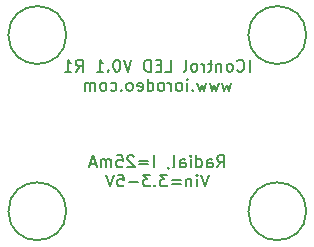
<source format=gbo>
%TF.GenerationSoftware,KiCad,Pcbnew,7.0.2-6a45011f42~172~ubuntu22.04.1*%
%TF.CreationDate,2023-09-16T18:58:55-07:00*%
%TF.ProjectId,i_control_led,695f636f-6e74-4726-9f6c-5f6c65642e6b,rev?*%
%TF.SameCoordinates,Original*%
%TF.FileFunction,Legend,Bot*%
%TF.FilePolarity,Positive*%
%FSLAX46Y46*%
G04 Gerber Fmt 4.6, Leading zero omitted, Abs format (unit mm)*
G04 Created by KiCad (PCBNEW 7.0.2-6a45011f42~172~ubuntu22.04.1) date 2023-09-16 18:58:55*
%MOMM*%
%LPD*%
G01*
G04 APERTURE LIST*
%ADD10C,0.150000*%
G04 APERTURE END LIST*
D10*
X70509524Y-55632619D02*
X70509524Y-54632619D01*
X69461906Y-55537380D02*
X69509525Y-55585000D01*
X69509525Y-55585000D02*
X69652382Y-55632619D01*
X69652382Y-55632619D02*
X69747620Y-55632619D01*
X69747620Y-55632619D02*
X69890477Y-55585000D01*
X69890477Y-55585000D02*
X69985715Y-55489761D01*
X69985715Y-55489761D02*
X70033334Y-55394523D01*
X70033334Y-55394523D02*
X70080953Y-55204047D01*
X70080953Y-55204047D02*
X70080953Y-55061190D01*
X70080953Y-55061190D02*
X70033334Y-54870714D01*
X70033334Y-54870714D02*
X69985715Y-54775476D01*
X69985715Y-54775476D02*
X69890477Y-54680238D01*
X69890477Y-54680238D02*
X69747620Y-54632619D01*
X69747620Y-54632619D02*
X69652382Y-54632619D01*
X69652382Y-54632619D02*
X69509525Y-54680238D01*
X69509525Y-54680238D02*
X69461906Y-54727857D01*
X68890477Y-55632619D02*
X68985715Y-55585000D01*
X68985715Y-55585000D02*
X69033334Y-55537380D01*
X69033334Y-55537380D02*
X69080953Y-55442142D01*
X69080953Y-55442142D02*
X69080953Y-55156428D01*
X69080953Y-55156428D02*
X69033334Y-55061190D01*
X69033334Y-55061190D02*
X68985715Y-55013571D01*
X68985715Y-55013571D02*
X68890477Y-54965952D01*
X68890477Y-54965952D02*
X68747620Y-54965952D01*
X68747620Y-54965952D02*
X68652382Y-55013571D01*
X68652382Y-55013571D02*
X68604763Y-55061190D01*
X68604763Y-55061190D02*
X68557144Y-55156428D01*
X68557144Y-55156428D02*
X68557144Y-55442142D01*
X68557144Y-55442142D02*
X68604763Y-55537380D01*
X68604763Y-55537380D02*
X68652382Y-55585000D01*
X68652382Y-55585000D02*
X68747620Y-55632619D01*
X68747620Y-55632619D02*
X68890477Y-55632619D01*
X68128572Y-54965952D02*
X68128572Y-55632619D01*
X68128572Y-55061190D02*
X68080953Y-55013571D01*
X68080953Y-55013571D02*
X67985715Y-54965952D01*
X67985715Y-54965952D02*
X67842858Y-54965952D01*
X67842858Y-54965952D02*
X67747620Y-55013571D01*
X67747620Y-55013571D02*
X67700001Y-55108809D01*
X67700001Y-55108809D02*
X67700001Y-55632619D01*
X67366667Y-54965952D02*
X66985715Y-54965952D01*
X67223810Y-54632619D02*
X67223810Y-55489761D01*
X67223810Y-55489761D02*
X67176191Y-55585000D01*
X67176191Y-55585000D02*
X67080953Y-55632619D01*
X67080953Y-55632619D02*
X66985715Y-55632619D01*
X66652381Y-55632619D02*
X66652381Y-54965952D01*
X66652381Y-55156428D02*
X66604762Y-55061190D01*
X66604762Y-55061190D02*
X66557143Y-55013571D01*
X66557143Y-55013571D02*
X66461905Y-54965952D01*
X66461905Y-54965952D02*
X66366667Y-54965952D01*
X65890476Y-55632619D02*
X65985714Y-55585000D01*
X65985714Y-55585000D02*
X66033333Y-55537380D01*
X66033333Y-55537380D02*
X66080952Y-55442142D01*
X66080952Y-55442142D02*
X66080952Y-55156428D01*
X66080952Y-55156428D02*
X66033333Y-55061190D01*
X66033333Y-55061190D02*
X65985714Y-55013571D01*
X65985714Y-55013571D02*
X65890476Y-54965952D01*
X65890476Y-54965952D02*
X65747619Y-54965952D01*
X65747619Y-54965952D02*
X65652381Y-55013571D01*
X65652381Y-55013571D02*
X65604762Y-55061190D01*
X65604762Y-55061190D02*
X65557143Y-55156428D01*
X65557143Y-55156428D02*
X65557143Y-55442142D01*
X65557143Y-55442142D02*
X65604762Y-55537380D01*
X65604762Y-55537380D02*
X65652381Y-55585000D01*
X65652381Y-55585000D02*
X65747619Y-55632619D01*
X65747619Y-55632619D02*
X65890476Y-55632619D01*
X64985714Y-55632619D02*
X65080952Y-55585000D01*
X65080952Y-55585000D02*
X65128571Y-55489761D01*
X65128571Y-55489761D02*
X65128571Y-54632619D01*
X63366666Y-55632619D02*
X63842856Y-55632619D01*
X63842856Y-55632619D02*
X63842856Y-54632619D01*
X63033332Y-55108809D02*
X62699999Y-55108809D01*
X62557142Y-55632619D02*
X63033332Y-55632619D01*
X63033332Y-55632619D02*
X63033332Y-54632619D01*
X63033332Y-54632619D02*
X62557142Y-54632619D01*
X62128570Y-55632619D02*
X62128570Y-54632619D01*
X62128570Y-54632619D02*
X61890475Y-54632619D01*
X61890475Y-54632619D02*
X61747618Y-54680238D01*
X61747618Y-54680238D02*
X61652380Y-54775476D01*
X61652380Y-54775476D02*
X61604761Y-54870714D01*
X61604761Y-54870714D02*
X61557142Y-55061190D01*
X61557142Y-55061190D02*
X61557142Y-55204047D01*
X61557142Y-55204047D02*
X61604761Y-55394523D01*
X61604761Y-55394523D02*
X61652380Y-55489761D01*
X61652380Y-55489761D02*
X61747618Y-55585000D01*
X61747618Y-55585000D02*
X61890475Y-55632619D01*
X61890475Y-55632619D02*
X62128570Y-55632619D01*
X60509522Y-54632619D02*
X60176189Y-55632619D01*
X60176189Y-55632619D02*
X59842856Y-54632619D01*
X59319046Y-54632619D02*
X59223808Y-54632619D01*
X59223808Y-54632619D02*
X59128570Y-54680238D01*
X59128570Y-54680238D02*
X59080951Y-54727857D01*
X59080951Y-54727857D02*
X59033332Y-54823095D01*
X59033332Y-54823095D02*
X58985713Y-55013571D01*
X58985713Y-55013571D02*
X58985713Y-55251666D01*
X58985713Y-55251666D02*
X59033332Y-55442142D01*
X59033332Y-55442142D02*
X59080951Y-55537380D01*
X59080951Y-55537380D02*
X59128570Y-55585000D01*
X59128570Y-55585000D02*
X59223808Y-55632619D01*
X59223808Y-55632619D02*
X59319046Y-55632619D01*
X59319046Y-55632619D02*
X59414284Y-55585000D01*
X59414284Y-55585000D02*
X59461903Y-55537380D01*
X59461903Y-55537380D02*
X59509522Y-55442142D01*
X59509522Y-55442142D02*
X59557141Y-55251666D01*
X59557141Y-55251666D02*
X59557141Y-55013571D01*
X59557141Y-55013571D02*
X59509522Y-54823095D01*
X59509522Y-54823095D02*
X59461903Y-54727857D01*
X59461903Y-54727857D02*
X59414284Y-54680238D01*
X59414284Y-54680238D02*
X59319046Y-54632619D01*
X58557141Y-55537380D02*
X58509522Y-55585000D01*
X58509522Y-55585000D02*
X58557141Y-55632619D01*
X58557141Y-55632619D02*
X58604760Y-55585000D01*
X58604760Y-55585000D02*
X58557141Y-55537380D01*
X58557141Y-55537380D02*
X58557141Y-55632619D01*
X57557142Y-55632619D02*
X58128570Y-55632619D01*
X57842856Y-55632619D02*
X57842856Y-54632619D01*
X57842856Y-54632619D02*
X57938094Y-54775476D01*
X57938094Y-54775476D02*
X58033332Y-54870714D01*
X58033332Y-54870714D02*
X58128570Y-54918333D01*
X55795237Y-55632619D02*
X56128570Y-55156428D01*
X56366665Y-55632619D02*
X56366665Y-54632619D01*
X56366665Y-54632619D02*
X55985713Y-54632619D01*
X55985713Y-54632619D02*
X55890475Y-54680238D01*
X55890475Y-54680238D02*
X55842856Y-54727857D01*
X55842856Y-54727857D02*
X55795237Y-54823095D01*
X55795237Y-54823095D02*
X55795237Y-54965952D01*
X55795237Y-54965952D02*
X55842856Y-55061190D01*
X55842856Y-55061190D02*
X55890475Y-55108809D01*
X55890475Y-55108809D02*
X55985713Y-55156428D01*
X55985713Y-55156428D02*
X56366665Y-55156428D01*
X54842856Y-55632619D02*
X55414284Y-55632619D01*
X55128570Y-55632619D02*
X55128570Y-54632619D01*
X55128570Y-54632619D02*
X55223808Y-54775476D01*
X55223808Y-54775476D02*
X55319046Y-54870714D01*
X55319046Y-54870714D02*
X55414284Y-54918333D01*
X68938094Y-56585952D02*
X68747618Y-57252619D01*
X68747618Y-57252619D02*
X68557142Y-56776428D01*
X68557142Y-56776428D02*
X68366666Y-57252619D01*
X68366666Y-57252619D02*
X68176190Y-56585952D01*
X67890475Y-56585952D02*
X67699999Y-57252619D01*
X67699999Y-57252619D02*
X67509523Y-56776428D01*
X67509523Y-56776428D02*
X67319047Y-57252619D01*
X67319047Y-57252619D02*
X67128571Y-56585952D01*
X66842856Y-56585952D02*
X66652380Y-57252619D01*
X66652380Y-57252619D02*
X66461904Y-56776428D01*
X66461904Y-56776428D02*
X66271428Y-57252619D01*
X66271428Y-57252619D02*
X66080952Y-56585952D01*
X65699999Y-57157380D02*
X65652380Y-57205000D01*
X65652380Y-57205000D02*
X65699999Y-57252619D01*
X65699999Y-57252619D02*
X65747618Y-57205000D01*
X65747618Y-57205000D02*
X65699999Y-57157380D01*
X65699999Y-57157380D02*
X65699999Y-57252619D01*
X65223809Y-57252619D02*
X65223809Y-56585952D01*
X65223809Y-56252619D02*
X65271428Y-56300238D01*
X65271428Y-56300238D02*
X65223809Y-56347857D01*
X65223809Y-56347857D02*
X65176190Y-56300238D01*
X65176190Y-56300238D02*
X65223809Y-56252619D01*
X65223809Y-56252619D02*
X65223809Y-56347857D01*
X64604762Y-57252619D02*
X64700000Y-57205000D01*
X64700000Y-57205000D02*
X64747619Y-57157380D01*
X64747619Y-57157380D02*
X64795238Y-57062142D01*
X64795238Y-57062142D02*
X64795238Y-56776428D01*
X64795238Y-56776428D02*
X64747619Y-56681190D01*
X64747619Y-56681190D02*
X64700000Y-56633571D01*
X64700000Y-56633571D02*
X64604762Y-56585952D01*
X64604762Y-56585952D02*
X64461905Y-56585952D01*
X64461905Y-56585952D02*
X64366667Y-56633571D01*
X64366667Y-56633571D02*
X64319048Y-56681190D01*
X64319048Y-56681190D02*
X64271429Y-56776428D01*
X64271429Y-56776428D02*
X64271429Y-57062142D01*
X64271429Y-57062142D02*
X64319048Y-57157380D01*
X64319048Y-57157380D02*
X64366667Y-57205000D01*
X64366667Y-57205000D02*
X64461905Y-57252619D01*
X64461905Y-57252619D02*
X64604762Y-57252619D01*
X63842857Y-57252619D02*
X63842857Y-56585952D01*
X63842857Y-56776428D02*
X63795238Y-56681190D01*
X63795238Y-56681190D02*
X63747619Y-56633571D01*
X63747619Y-56633571D02*
X63652381Y-56585952D01*
X63652381Y-56585952D02*
X63557143Y-56585952D01*
X63080952Y-57252619D02*
X63176190Y-57205000D01*
X63176190Y-57205000D02*
X63223809Y-57157380D01*
X63223809Y-57157380D02*
X63271428Y-57062142D01*
X63271428Y-57062142D02*
X63271428Y-56776428D01*
X63271428Y-56776428D02*
X63223809Y-56681190D01*
X63223809Y-56681190D02*
X63176190Y-56633571D01*
X63176190Y-56633571D02*
X63080952Y-56585952D01*
X63080952Y-56585952D02*
X62938095Y-56585952D01*
X62938095Y-56585952D02*
X62842857Y-56633571D01*
X62842857Y-56633571D02*
X62795238Y-56681190D01*
X62795238Y-56681190D02*
X62747619Y-56776428D01*
X62747619Y-56776428D02*
X62747619Y-57062142D01*
X62747619Y-57062142D02*
X62795238Y-57157380D01*
X62795238Y-57157380D02*
X62842857Y-57205000D01*
X62842857Y-57205000D02*
X62938095Y-57252619D01*
X62938095Y-57252619D02*
X63080952Y-57252619D01*
X61890476Y-57252619D02*
X61890476Y-56252619D01*
X61890476Y-57205000D02*
X61985714Y-57252619D01*
X61985714Y-57252619D02*
X62176190Y-57252619D01*
X62176190Y-57252619D02*
X62271428Y-57205000D01*
X62271428Y-57205000D02*
X62319047Y-57157380D01*
X62319047Y-57157380D02*
X62366666Y-57062142D01*
X62366666Y-57062142D02*
X62366666Y-56776428D01*
X62366666Y-56776428D02*
X62319047Y-56681190D01*
X62319047Y-56681190D02*
X62271428Y-56633571D01*
X62271428Y-56633571D02*
X62176190Y-56585952D01*
X62176190Y-56585952D02*
X61985714Y-56585952D01*
X61985714Y-56585952D02*
X61890476Y-56633571D01*
X61033333Y-57205000D02*
X61128571Y-57252619D01*
X61128571Y-57252619D02*
X61319047Y-57252619D01*
X61319047Y-57252619D02*
X61414285Y-57205000D01*
X61414285Y-57205000D02*
X61461904Y-57109761D01*
X61461904Y-57109761D02*
X61461904Y-56728809D01*
X61461904Y-56728809D02*
X61414285Y-56633571D01*
X61414285Y-56633571D02*
X61319047Y-56585952D01*
X61319047Y-56585952D02*
X61128571Y-56585952D01*
X61128571Y-56585952D02*
X61033333Y-56633571D01*
X61033333Y-56633571D02*
X60985714Y-56728809D01*
X60985714Y-56728809D02*
X60985714Y-56824047D01*
X60985714Y-56824047D02*
X61461904Y-56919285D01*
X60414285Y-57252619D02*
X60509523Y-57205000D01*
X60509523Y-57205000D02*
X60557142Y-57157380D01*
X60557142Y-57157380D02*
X60604761Y-57062142D01*
X60604761Y-57062142D02*
X60604761Y-56776428D01*
X60604761Y-56776428D02*
X60557142Y-56681190D01*
X60557142Y-56681190D02*
X60509523Y-56633571D01*
X60509523Y-56633571D02*
X60414285Y-56585952D01*
X60414285Y-56585952D02*
X60271428Y-56585952D01*
X60271428Y-56585952D02*
X60176190Y-56633571D01*
X60176190Y-56633571D02*
X60128571Y-56681190D01*
X60128571Y-56681190D02*
X60080952Y-56776428D01*
X60080952Y-56776428D02*
X60080952Y-57062142D01*
X60080952Y-57062142D02*
X60128571Y-57157380D01*
X60128571Y-57157380D02*
X60176190Y-57205000D01*
X60176190Y-57205000D02*
X60271428Y-57252619D01*
X60271428Y-57252619D02*
X60414285Y-57252619D01*
X59652380Y-57157380D02*
X59604761Y-57205000D01*
X59604761Y-57205000D02*
X59652380Y-57252619D01*
X59652380Y-57252619D02*
X59699999Y-57205000D01*
X59699999Y-57205000D02*
X59652380Y-57157380D01*
X59652380Y-57157380D02*
X59652380Y-57252619D01*
X58747619Y-57205000D02*
X58842857Y-57252619D01*
X58842857Y-57252619D02*
X59033333Y-57252619D01*
X59033333Y-57252619D02*
X59128571Y-57205000D01*
X59128571Y-57205000D02*
X59176190Y-57157380D01*
X59176190Y-57157380D02*
X59223809Y-57062142D01*
X59223809Y-57062142D02*
X59223809Y-56776428D01*
X59223809Y-56776428D02*
X59176190Y-56681190D01*
X59176190Y-56681190D02*
X59128571Y-56633571D01*
X59128571Y-56633571D02*
X59033333Y-56585952D01*
X59033333Y-56585952D02*
X58842857Y-56585952D01*
X58842857Y-56585952D02*
X58747619Y-56633571D01*
X58176190Y-57252619D02*
X58271428Y-57205000D01*
X58271428Y-57205000D02*
X58319047Y-57157380D01*
X58319047Y-57157380D02*
X58366666Y-57062142D01*
X58366666Y-57062142D02*
X58366666Y-56776428D01*
X58366666Y-56776428D02*
X58319047Y-56681190D01*
X58319047Y-56681190D02*
X58271428Y-56633571D01*
X58271428Y-56633571D02*
X58176190Y-56585952D01*
X58176190Y-56585952D02*
X58033333Y-56585952D01*
X58033333Y-56585952D02*
X57938095Y-56633571D01*
X57938095Y-56633571D02*
X57890476Y-56681190D01*
X57890476Y-56681190D02*
X57842857Y-56776428D01*
X57842857Y-56776428D02*
X57842857Y-57062142D01*
X57842857Y-57062142D02*
X57890476Y-57157380D01*
X57890476Y-57157380D02*
X57938095Y-57205000D01*
X57938095Y-57205000D02*
X58033333Y-57252619D01*
X58033333Y-57252619D02*
X58176190Y-57252619D01*
X57414285Y-57252619D02*
X57414285Y-56585952D01*
X57414285Y-56681190D02*
X57366666Y-56633571D01*
X57366666Y-56633571D02*
X57271428Y-56585952D01*
X57271428Y-56585952D02*
X57128571Y-56585952D01*
X57128571Y-56585952D02*
X57033333Y-56633571D01*
X57033333Y-56633571D02*
X56985714Y-56728809D01*
X56985714Y-56728809D02*
X56985714Y-57252619D01*
X56985714Y-56728809D02*
X56938095Y-56633571D01*
X56938095Y-56633571D02*
X56842857Y-56585952D01*
X56842857Y-56585952D02*
X56700000Y-56585952D01*
X56700000Y-56585952D02*
X56604761Y-56633571D01*
X56604761Y-56633571D02*
X56557142Y-56728809D01*
X56557142Y-56728809D02*
X56557142Y-57252619D01*
X67771428Y-63732619D02*
X68104761Y-63256428D01*
X68342856Y-63732619D02*
X68342856Y-62732619D01*
X68342856Y-62732619D02*
X67961904Y-62732619D01*
X67961904Y-62732619D02*
X67866666Y-62780238D01*
X67866666Y-62780238D02*
X67819047Y-62827857D01*
X67819047Y-62827857D02*
X67771428Y-62923095D01*
X67771428Y-62923095D02*
X67771428Y-63065952D01*
X67771428Y-63065952D02*
X67819047Y-63161190D01*
X67819047Y-63161190D02*
X67866666Y-63208809D01*
X67866666Y-63208809D02*
X67961904Y-63256428D01*
X67961904Y-63256428D02*
X68342856Y-63256428D01*
X66914285Y-63732619D02*
X66914285Y-63208809D01*
X66914285Y-63208809D02*
X66961904Y-63113571D01*
X66961904Y-63113571D02*
X67057142Y-63065952D01*
X67057142Y-63065952D02*
X67247618Y-63065952D01*
X67247618Y-63065952D02*
X67342856Y-63113571D01*
X66914285Y-63685000D02*
X67009523Y-63732619D01*
X67009523Y-63732619D02*
X67247618Y-63732619D01*
X67247618Y-63732619D02*
X67342856Y-63685000D01*
X67342856Y-63685000D02*
X67390475Y-63589761D01*
X67390475Y-63589761D02*
X67390475Y-63494523D01*
X67390475Y-63494523D02*
X67342856Y-63399285D01*
X67342856Y-63399285D02*
X67247618Y-63351666D01*
X67247618Y-63351666D02*
X67009523Y-63351666D01*
X67009523Y-63351666D02*
X66914285Y-63304047D01*
X66009523Y-63732619D02*
X66009523Y-62732619D01*
X66009523Y-63685000D02*
X66104761Y-63732619D01*
X66104761Y-63732619D02*
X66295237Y-63732619D01*
X66295237Y-63732619D02*
X66390475Y-63685000D01*
X66390475Y-63685000D02*
X66438094Y-63637380D01*
X66438094Y-63637380D02*
X66485713Y-63542142D01*
X66485713Y-63542142D02*
X66485713Y-63256428D01*
X66485713Y-63256428D02*
X66438094Y-63161190D01*
X66438094Y-63161190D02*
X66390475Y-63113571D01*
X66390475Y-63113571D02*
X66295237Y-63065952D01*
X66295237Y-63065952D02*
X66104761Y-63065952D01*
X66104761Y-63065952D02*
X66009523Y-63113571D01*
X65533332Y-63732619D02*
X65533332Y-63065952D01*
X65533332Y-62732619D02*
X65580951Y-62780238D01*
X65580951Y-62780238D02*
X65533332Y-62827857D01*
X65533332Y-62827857D02*
X65485713Y-62780238D01*
X65485713Y-62780238D02*
X65533332Y-62732619D01*
X65533332Y-62732619D02*
X65533332Y-62827857D01*
X64628571Y-63732619D02*
X64628571Y-63208809D01*
X64628571Y-63208809D02*
X64676190Y-63113571D01*
X64676190Y-63113571D02*
X64771428Y-63065952D01*
X64771428Y-63065952D02*
X64961904Y-63065952D01*
X64961904Y-63065952D02*
X65057142Y-63113571D01*
X64628571Y-63685000D02*
X64723809Y-63732619D01*
X64723809Y-63732619D02*
X64961904Y-63732619D01*
X64961904Y-63732619D02*
X65057142Y-63685000D01*
X65057142Y-63685000D02*
X65104761Y-63589761D01*
X65104761Y-63589761D02*
X65104761Y-63494523D01*
X65104761Y-63494523D02*
X65057142Y-63399285D01*
X65057142Y-63399285D02*
X64961904Y-63351666D01*
X64961904Y-63351666D02*
X64723809Y-63351666D01*
X64723809Y-63351666D02*
X64628571Y-63304047D01*
X64009523Y-63732619D02*
X64104761Y-63685000D01*
X64104761Y-63685000D02*
X64152380Y-63589761D01*
X64152380Y-63589761D02*
X64152380Y-62732619D01*
X63580951Y-63685000D02*
X63580951Y-63732619D01*
X63580951Y-63732619D02*
X63628570Y-63827857D01*
X63628570Y-63827857D02*
X63676189Y-63875476D01*
X62390475Y-63732619D02*
X62390475Y-62732619D01*
X61914285Y-63208809D02*
X61152381Y-63208809D01*
X61152381Y-63494523D02*
X61914285Y-63494523D01*
X60723809Y-62827857D02*
X60676190Y-62780238D01*
X60676190Y-62780238D02*
X60580952Y-62732619D01*
X60580952Y-62732619D02*
X60342857Y-62732619D01*
X60342857Y-62732619D02*
X60247619Y-62780238D01*
X60247619Y-62780238D02*
X60200000Y-62827857D01*
X60200000Y-62827857D02*
X60152381Y-62923095D01*
X60152381Y-62923095D02*
X60152381Y-63018333D01*
X60152381Y-63018333D02*
X60200000Y-63161190D01*
X60200000Y-63161190D02*
X60771428Y-63732619D01*
X60771428Y-63732619D02*
X60152381Y-63732619D01*
X59247619Y-62732619D02*
X59723809Y-62732619D01*
X59723809Y-62732619D02*
X59771428Y-63208809D01*
X59771428Y-63208809D02*
X59723809Y-63161190D01*
X59723809Y-63161190D02*
X59628571Y-63113571D01*
X59628571Y-63113571D02*
X59390476Y-63113571D01*
X59390476Y-63113571D02*
X59295238Y-63161190D01*
X59295238Y-63161190D02*
X59247619Y-63208809D01*
X59247619Y-63208809D02*
X59200000Y-63304047D01*
X59200000Y-63304047D02*
X59200000Y-63542142D01*
X59200000Y-63542142D02*
X59247619Y-63637380D01*
X59247619Y-63637380D02*
X59295238Y-63685000D01*
X59295238Y-63685000D02*
X59390476Y-63732619D01*
X59390476Y-63732619D02*
X59628571Y-63732619D01*
X59628571Y-63732619D02*
X59723809Y-63685000D01*
X59723809Y-63685000D02*
X59771428Y-63637380D01*
X58771428Y-63732619D02*
X58771428Y-63065952D01*
X58771428Y-63161190D02*
X58723809Y-63113571D01*
X58723809Y-63113571D02*
X58628571Y-63065952D01*
X58628571Y-63065952D02*
X58485714Y-63065952D01*
X58485714Y-63065952D02*
X58390476Y-63113571D01*
X58390476Y-63113571D02*
X58342857Y-63208809D01*
X58342857Y-63208809D02*
X58342857Y-63732619D01*
X58342857Y-63208809D02*
X58295238Y-63113571D01*
X58295238Y-63113571D02*
X58200000Y-63065952D01*
X58200000Y-63065952D02*
X58057143Y-63065952D01*
X58057143Y-63065952D02*
X57961904Y-63113571D01*
X57961904Y-63113571D02*
X57914285Y-63208809D01*
X57914285Y-63208809D02*
X57914285Y-63732619D01*
X57485714Y-63446904D02*
X57009524Y-63446904D01*
X57580952Y-63732619D02*
X57247619Y-62732619D01*
X57247619Y-62732619D02*
X56914286Y-63732619D01*
X67057141Y-64352619D02*
X66723808Y-65352619D01*
X66723808Y-65352619D02*
X66390475Y-64352619D01*
X66057141Y-65352619D02*
X66057141Y-64685952D01*
X66057141Y-64352619D02*
X66104760Y-64400238D01*
X66104760Y-64400238D02*
X66057141Y-64447857D01*
X66057141Y-64447857D02*
X66009522Y-64400238D01*
X66009522Y-64400238D02*
X66057141Y-64352619D01*
X66057141Y-64352619D02*
X66057141Y-64447857D01*
X65580951Y-64685952D02*
X65580951Y-65352619D01*
X65580951Y-64781190D02*
X65533332Y-64733571D01*
X65533332Y-64733571D02*
X65438094Y-64685952D01*
X65438094Y-64685952D02*
X65295237Y-64685952D01*
X65295237Y-64685952D02*
X65199999Y-64733571D01*
X65199999Y-64733571D02*
X65152380Y-64828809D01*
X65152380Y-64828809D02*
X65152380Y-65352619D01*
X64676189Y-64828809D02*
X63914285Y-64828809D01*
X63914285Y-65114523D02*
X64676189Y-65114523D01*
X63533332Y-64352619D02*
X62914285Y-64352619D01*
X62914285Y-64352619D02*
X63247618Y-64733571D01*
X63247618Y-64733571D02*
X63104761Y-64733571D01*
X63104761Y-64733571D02*
X63009523Y-64781190D01*
X63009523Y-64781190D02*
X62961904Y-64828809D01*
X62961904Y-64828809D02*
X62914285Y-64924047D01*
X62914285Y-64924047D02*
X62914285Y-65162142D01*
X62914285Y-65162142D02*
X62961904Y-65257380D01*
X62961904Y-65257380D02*
X63009523Y-65305000D01*
X63009523Y-65305000D02*
X63104761Y-65352619D01*
X63104761Y-65352619D02*
X63390475Y-65352619D01*
X63390475Y-65352619D02*
X63485713Y-65305000D01*
X63485713Y-65305000D02*
X63533332Y-65257380D01*
X62485713Y-65257380D02*
X62438094Y-65305000D01*
X62438094Y-65305000D02*
X62485713Y-65352619D01*
X62485713Y-65352619D02*
X62533332Y-65305000D01*
X62533332Y-65305000D02*
X62485713Y-65257380D01*
X62485713Y-65257380D02*
X62485713Y-65352619D01*
X62104761Y-64352619D02*
X61485714Y-64352619D01*
X61485714Y-64352619D02*
X61819047Y-64733571D01*
X61819047Y-64733571D02*
X61676190Y-64733571D01*
X61676190Y-64733571D02*
X61580952Y-64781190D01*
X61580952Y-64781190D02*
X61533333Y-64828809D01*
X61533333Y-64828809D02*
X61485714Y-64924047D01*
X61485714Y-64924047D02*
X61485714Y-65162142D01*
X61485714Y-65162142D02*
X61533333Y-65257380D01*
X61533333Y-65257380D02*
X61580952Y-65305000D01*
X61580952Y-65305000D02*
X61676190Y-65352619D01*
X61676190Y-65352619D02*
X61961904Y-65352619D01*
X61961904Y-65352619D02*
X62057142Y-65305000D01*
X62057142Y-65305000D02*
X62104761Y-65257380D01*
X61057142Y-64971666D02*
X60295238Y-64971666D01*
X59342857Y-64352619D02*
X59819047Y-64352619D01*
X59819047Y-64352619D02*
X59866666Y-64828809D01*
X59866666Y-64828809D02*
X59819047Y-64781190D01*
X59819047Y-64781190D02*
X59723809Y-64733571D01*
X59723809Y-64733571D02*
X59485714Y-64733571D01*
X59485714Y-64733571D02*
X59390476Y-64781190D01*
X59390476Y-64781190D02*
X59342857Y-64828809D01*
X59342857Y-64828809D02*
X59295238Y-64924047D01*
X59295238Y-64924047D02*
X59295238Y-65162142D01*
X59295238Y-65162142D02*
X59342857Y-65257380D01*
X59342857Y-65257380D02*
X59390476Y-65305000D01*
X59390476Y-65305000D02*
X59485714Y-65352619D01*
X59485714Y-65352619D02*
X59723809Y-65352619D01*
X59723809Y-65352619D02*
X59819047Y-65305000D01*
X59819047Y-65305000D02*
X59866666Y-65257380D01*
X59009523Y-64352619D02*
X58676190Y-65352619D01*
X58676190Y-65352619D02*
X58342857Y-64352619D01*
%TO.C,M1*%
X54990000Y-52540000D02*
G75*
G03*
X54990000Y-52540000I-2450000J0D01*
G01*
%TO.C,M2*%
X75310000Y-52540000D02*
G75*
G03*
X75310000Y-52540000I-2450000J0D01*
G01*
%TO.C,M3*%
X75310000Y-67460000D02*
G75*
G03*
X75310000Y-67460000I-2450000J0D01*
G01*
%TO.C,M4*%
X54990000Y-67460000D02*
G75*
G03*
X54990000Y-67460000I-2450000J0D01*
G01*
%TD*%
M02*

</source>
